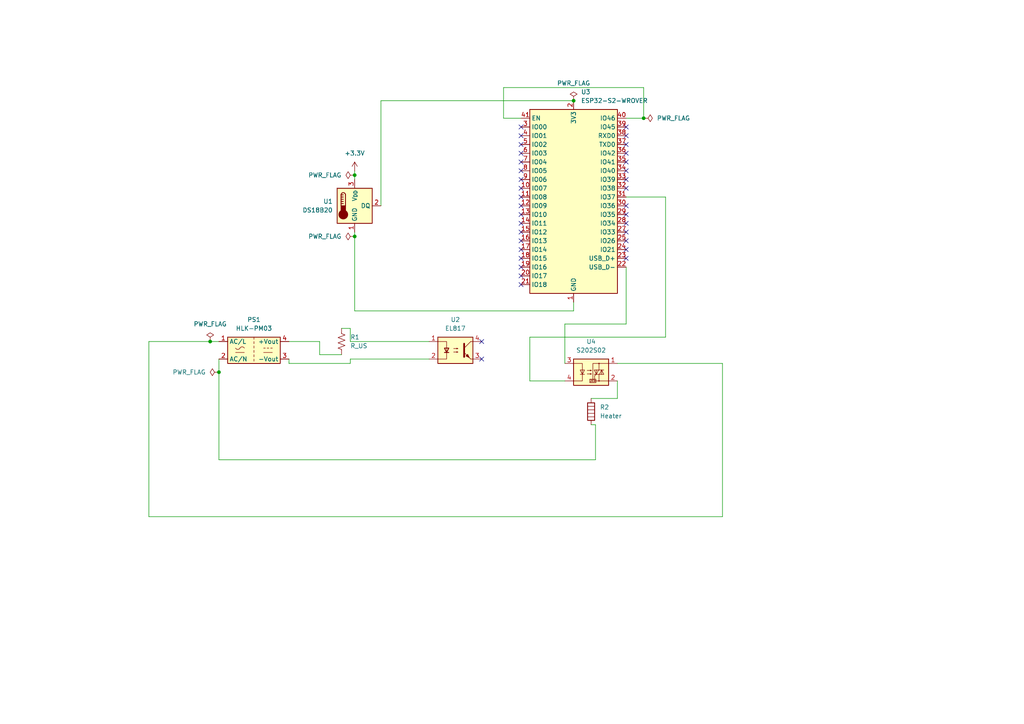
<source format=kicad_sch>
(kicad_sch (version 20250114) (generator "eeschema") (generator_version "9.0")
  (paper "A4")
  (lib_symbols
    (symbol "Converter_ACDC:HLK-PM03"
      (property "Reference" "PS" (at 0 5.08 0))
      (property "Value" "HLK-PM03" (at 0 -5.08 0))
      (symbol "HLK-PM03_0_1"
        (rectangle (start -7.62 3.81) (end 7.62 -3.81) (stroke (width 0.254)) (fill (type background)))
        (polyline (pts (xy -5.334 -0.635) (xy -2.794 -0.635)))
        (arc (start -4.064 0.635) (mid -4.699 0.2495) (end -5.334 0.635))
        (arc (start -4.064 0.635) (mid -3.429 1.0072) (end -2.794 0.635))
        (polyline (pts (xy 0 3.81) (xy 0 3.175)))
        (polyline (pts (xy 0 2.54) (xy 0 1.905)))
        (polyline (pts (xy 0 1.27) (xy 0 0.635)))
        (polyline (pts (xy 0 0) (xy 0 -0.635)))
        (polyline (pts (xy 0 -1.27) (xy 0 -1.905)))
        (polyline (pts (xy 0 -2.54) (xy 0 -3.175)))
        (polyline (pts (xy 2.794 0.635) (xy 3.302 0.635)))
        (polyline (pts (xy 2.794 -0.635) (xy 5.334 -0.635)))
        (polyline (pts (xy 3.81 0.635) (xy 4.318 0.635)))
        (polyline (pts (xy 4.826 0.635) (xy 5.334 0.635)))
      )
      (symbol "HLK-PM03_1_1"
        (pin power_in line (at -10.16 2.54 0) (length 2.54) (name "AC/L") (number "1"))
        (pin power_in line (at -10.16 -2.54 0) (length 2.54) (name "AC/N") (number "2"))
        (pin power_out line (at 10.16 2.54 180) (length 2.54) (name "+Vout") (number "4"))
        (pin power_out line (at 10.16 -2.54 180) (length 2.54) (name "-Vout") (number "3"))
      )
    )
    (symbol "Device:Heater" (pin_numbers (hide yes)) (pin_names (offset 0))
      (property "Reference" "R" (at 2.032 0 90))
      (property "Value" "Heater" (at -2.032 0 90))
      (symbol "Heater_0_1"
        (polyline (pts (xy -1.016 1.524) (xy 1.016 1.524)))
        (rectangle (start -1.016 -2.54) (end 1.016 2.54) (stroke (width 0.254)))
        (polyline (pts (xy 1.016 0.508) (xy -1.016 0.508)))
        (polyline (pts (xy 1.016 -0.508) (xy -1.016 -0.508)))
        (polyline (pts (xy 1.016 -1.524) (xy -1.016 -1.524)))
      )
      (symbol "Heater_1_1"
        (pin passive line (at 0 3.81 270) (length 1.27) (name "~") (number "1"))
        (pin passive line (at 0 -3.81 90) (length 1.27) (name "~") (number "2"))
      )
    )
    (symbol "Device:R_US" (pin_numbers (hide yes)) (pin_names (offset 0))
      (property "Reference" "R" (at 2.54 0 90))
      (property "Value" "R_US" (at -2.54 0 90))
      (symbol "R_US_0_1"
        (polyline (pts (xy 0 2.286) (xy 0 2.54)))
        (polyline (pts (xy 0 2.286) (xy 1.016 1.905) (xy 0 1.524) (xy -1.016 1.143) (xy 0 0.762)))
        (polyline (pts (xy 0 0.762) (xy 1.016 0.381) (xy 0 0) (xy -1.016 -0.381) (xy 0 -0.762)))
        (polyline (pts (xy 0 -0.762) (xy 1.016 -1.143) (xy 0 -1.524) (xy -1.016 -1.905) (xy 0 -2.286)))
        (polyline (pts (xy 0 -2.286) (xy 0 -2.54)))
      )
      (symbol "R_US_1_1"
        (pin passive line (at 0 3.81 270) (length 1.27) (name "~") (number "1"))
        (pin passive line (at 0 -3.81 90) (length 1.27) (name "~") (number "2"))
      )
    )
    (symbol "Isolator:EL817" (pin_names (offset 1.016))
      (property "Reference" "U" (at -5.08 5.08 0))
      (property "Value" "EL817" (at 0 5.08 0))
      (symbol "EL817_0_1"
        (rectangle (start -5.08 3.81) (end 5.08 -3.81) (stroke (width 0.254)) (fill (type background)))
        (polyline (pts (xy -5.08 2.54) (xy -2.54 2.54) (xy -2.54 -0.635)))
        (polyline (pts (xy -3.175 -0.635) (xy -1.905 -0.635)) (stroke (width 0.254)))
        (polyline (pts (xy -2.54 -0.635) (xy -2.54 -2.54) (xy -5.08 -2.54)))
        (polyline (pts (xy -2.54 -0.635) (xy -3.175 0.635) (xy -1.905 0.635) (xy -2.54 -0.635)) (stroke (width 0.254)))
        (polyline (pts (xy -0.508 0.508) (xy 0.762 0.508) (xy 0.381 0.381) (xy 0.381 0.635) (xy 0.762 0.508)))
        (polyline (pts (xy -0.508 -0.508) (xy 0.762 -0.508) (xy 0.381 -0.635) (xy 0.381 -0.381) (xy 0.762 -0.508)))
        (polyline (pts (xy 2.54 1.905) (xy 2.54 -1.905) (xy 2.54 -1.905)) (stroke (width 0.508)))
        (polyline (pts (xy 2.54 0.635) (xy 4.445 2.54)))
        (polyline (pts (xy 3.048 -1.651) (xy 3.556 -1.143) (xy 4.064 -2.159) (xy 3.048 -1.651) (xy 3.048 -1.651)) (fill (type outline)))
        (polyline (pts (xy 4.445 2.54) (xy 5.08 2.54)))
        (polyline (pts (xy 4.445 -2.54) (xy 2.54 -0.635)) (fill (type outline)))
        (polyline (pts (xy 4.445 -2.54) (xy 5.08 -2.54)))
      )
      (symbol "EL817_1_1"
        (pin passive line (at -7.62 2.54 0) (length 2.54) (name "~") (number "1"))
        (pin passive line (at -7.62 -2.54 0) (length 2.54) (name "~") (number "2"))
        (pin passive line (at 7.62 2.54 180) (length 2.54) (name "~") (number "4"))
        (pin passive line (at 7.62 -2.54 180) (length 2.54) (name "~") (number "3"))
      )
    )
    (symbol "RF_Module:ESP32-S2-WROVER"
      (property "Reference" "U" (at -12.7 29.21 0))
      (property "Value" "ESP32-S2-WROVER" (at 2.54 29.21 0))
      (symbol "ESP32-S2-WROVER_0_1"
        (rectangle (start -12.7 27.94) (end 12.7 -25.4) (stroke (width 0.254)) (fill (type background)))
      )
      (symbol "ESP32-S2-WROVER_1_1"
        (pin input line (at -15.24 25.4 0) (length 2.54) (name "EN") (number "41"))
        (pin bidirectional line (at -15.24 22.86 0) (length 2.54) (name "IO00") (number "3"))
        (pin bidirectional line (at -15.24 20.32 0) (length 2.54) (name "IO01") (number "4"))
        (pin bidirectional line (at -15.24 17.78 0) (length 2.54) (name "IO02") (number "5"))
        (pin bidirectional line (at -15.24 15.24 0) (length 2.54) (name "IO03") (number "6"))
        (pin bidirectional line (at -15.24 12.7 0) (length 2.54) (name "IO04") (number "7"))
        (pin bidirectional line (at -15.24 10.16 0) (length 2.54) (name "IO05") (number "8"))
        (pin bidirectional line (at -15.24 7.62 0) (length 2.54) (name "IO06") (number "9"))
        (pin bidirectional line (at -15.24 5.08 0) (length 2.54) (name "IO07") (number "10"))
        (pin bidirectional line (at -15.24 2.54 0) (length 2.54) (name "IO08") (number "11"))
        (pin bidirectional line (at -15.24 0 0) (length 2.54) (name "IO09") (number "12"))
        (pin bidirectional line (at -15.24 -2.54 0) (length 2.54) (name "IO10") (number "13"))
        (pin bidirectional line (at -15.24 -5.08 0) (length 2.54) (name "IO11") (number "14"))
        (pin bidirectional line (at -15.24 -7.62 0) (length 2.54) (name "IO12") (number "15"))
        (pin bidirectional line (at -15.24 -10.16 0) (length 2.54) (name "IO13") (number "16"))
        (pin bidirectional line (at -15.24 -12.7 0) (length 2.54) (name "IO14") (number "17"))
        (pin bidirectional line (at -15.24 -15.24 0) (length 2.54) (name "IO15") (number "18"))
        (pin bidirectional line (at -15.24 -17.78 0) (length 2.54) (name "IO16") (number "19"))
        (pin bidirectional line (at -15.24 -20.32 0) (length 2.54) (name "IO17") (number "20"))
        (pin bidirectional line (at -15.24 -22.86 0) (length 2.54) (name "IO18") (number "21"))
        (pin power_in line (at 0 30.48 270) (length 2.54) (name "3V3") (number "2"))
        (pin power_in line (at 0 -27.94 90) (length 2.54) (name "GND") (number "1"))
        (pin passive line (at 0 -27.94 90) (length 2.54) (hide yes) (name "GND") (number "26"))
        (pin passive line (at 0 -27.94 90) (length 2.54) (hide yes) (name "GND") (number "42"))
        (pin passive line (at 0 -27.94 90) (length 2.54) (hide yes) (name "GND") (number "43"))
        (pin input line (at 15.24 25.4 180) (length 2.54) (name "IO46") (number "40"))
        (pin bidirectional line (at 15.24 22.86 180) (length 2.54) (name "IO45") (number "39"))
        (pin bidirectional line (at 15.24 20.32 180) (length 2.54) (name "RXD0") (number "38"))
        (pin bidirectional line (at 15.24 17.78 180) (length 2.54) (name "TXD0") (number "37"))
        (pin bidirectional line (at 15.24 15.24 180) (length 2.54) (name "IO42") (number "36"))
        (pin bidirectional line (at 15.24 12.7 180) (length 2.54) (name "IO41") (number "35"))
        (pin bidirectional line (at 15.24 10.16 180) (length 2.54) (name "IO40") (number "34"))
        (pin bidirectional line (at 15.24 7.62 180) (length 2.54) (name "IO39") (number "33"))
        (pin bidirectional line (at 15.24 5.08 180) (length 2.54) (name "IO38") (number "32"))
        (pin bidirectional line (at 15.24 2.54 180) (length 2.54) (name "IO37") (number "31"))
        (pin bidirectional line (at 15.24 0 180) (length 2.54) (name "IO36") (number "30"))
        (pin bidirectional line (at 15.24 -2.54 180) (length 2.54) (name "IO35") (number "29"))
        (pin bidirectional line (at 15.24 -5.08 180) (length 2.54) (name "IO34") (number "28"))
        (pin bidirectional line (at 15.24 -7.62 180) (length 2.54) (name "IO33") (number "27"))
        (pin bidirectional line (at 15.24 -10.16 180) (length 2.54) (name "IO26") (number "25"))
        (pin bidirectional line (at 15.24 -12.7 180) (length 2.54) (name "IO21") (number "24"))
        (pin bidirectional line (at 15.24 -15.24 180) (length 2.54) (name "USB_D+") (number "23"))
        (pin bidirectional line (at 15.24 -17.78 180) (length 2.54) (name "USB_D-") (number "22"))
      )
    )
    (symbol "Relay_SolidState:S202S02"
      (property "Reference" "U" (at -5.08 5.08 0))
      (property "Value" "S202S02" (at 0 5.08 0))
      (symbol "S202S02_0_0"
        (rectangle (start -0.381 -2.032) (end 1.397 -3.048))
        (polyline (pts (xy 1.524 -0.635) (xy 1.016 -1.016) (xy 1.016 -2.032)))
        (polyline (pts (xy 2.286 -2.54) (xy 1.397 -2.54)))
        (text "ZCD" (at 0.508 -2.54 0) (effects (font (size 0.508 0.508))))
      )
      (symbol "S202S02_0_1"
        (rectangle (start -5.08 3.81) (end 5.08 -3.81) (stroke (width 0.254)) (fill (type background)))
        (polyline (pts (xy -5.08 2.54) (xy -2.54 2.54) (xy -2.54 -2.54) (xy -5.08 -2.54)))
        (polyline (pts (xy -3.175 -0.635) (xy -1.905 -0.635)))
        (polyline (pts (xy -2.54 -0.635) (xy -3.175 0.635) (xy -1.905 0.635) (xy -2.54 -0.635)))
        (polyline (pts (xy -1.143 0.508) (xy 0.127 0.508) (xy -0.254 0.381) (xy -0.254 0.635) (xy 0.127 0.508)))
        (polyline (pts (xy -1.143 -0.508) (xy 0.127 -0.508) (xy -0.254 -0.635) (xy -0.254 -0.381) (xy 0.127 -0.508)))
        (polyline (pts (xy 0.889 -0.635) (xy 3.683 -0.635) (xy 3.048 0.635) (xy 2.413 -0.635)))
        (polyline (pts (xy 1.524 -0.635) (xy 1.524 0.635)))
        (polyline (pts (xy 2.286 2.54) (xy 0.508 2.54) (xy 0.508 -2.032)))
        (circle (center 2.286 2.54) (radius 0.127))
        (polyline (pts (xy 2.286 0.635) (xy 2.286 2.54) (xy 5.08 2.54)))
        (polyline (pts (xy 2.286 -0.635) (xy 2.286 -2.54) (xy 5.08 -2.54)))
        (circle (center 2.286 -2.54) (radius 0.127))
        (polyline (pts (xy 3.048 0.635) (xy 3.048 -0.635)))
        (polyline (pts (xy 3.683 0.635) (xy 0.889 0.635) (xy 1.524 -0.635) (xy 2.159 0.635)))
      )
      (symbol "S202S02_1_1"
        (pin passive line (at -7.62 2.54 0) (length 2.54) (name "~") (number "3"))
        (pin passive line (at -7.62 -2.54 0) (length 2.54) (name "~") (number "4"))
        (pin passive line (at 7.62 2.54 180) (length 2.54) (name "~") (number "1"))
        (pin passive line (at 7.62 -2.54 180) (length 2.54) (name "~") (number "2"))
      )
    )
    (symbol "Sensor_Temperature:DS18B20"
      (property "Reference" "U" (at -3.81 6.35 0))
      (property "Value" "DS18B20" (at 6.35 6.35 0))
      (symbol "DS18B20_0_1"
        (rectangle (start -5.08 5.08) (end 5.08 -5.08) (stroke (width 0.254)) (fill (type background)))
        (polyline (pts (xy -3.937 3.175) (xy -3.937 0)) (stroke (width 0.254)))
        (polyline (pts (xy -3.937 3.175) (xy -3.302 3.175)) (stroke (width 0.254)))
        (polyline (pts (xy -3.937 2.54) (xy -3.302 2.54)) (stroke (width 0.254)))
        (polyline (pts (xy -3.937 1.905) (xy -3.302 1.905)) (stroke (width 0.254)))
        (polyline (pts (xy -3.937 1.27) (xy -3.302 1.27)) (stroke (width 0.254)))
        (polyline (pts (xy -3.937 0.635) (xy -3.302 0.635)) (stroke (width 0.254)))
        (arc (start -3.937 3.175) (mid -3.302 3.8073) (end -2.667 3.175) (stroke (width 0.254)))
        (circle (center -3.302 -2.54) (radius 1.27) (stroke (width 0.254)) (fill (type outline)))
        (polyline (pts (xy -2.667 3.175) (xy -2.667 0)) (stroke (width 0.254)))
        (rectangle (start -2.667 -1.905) (end -3.937 0) (stroke (width 0.254)) (fill (type outline)))
      )
      (symbol "DS18B20_1_1"
        (pin power_in line (at 0 7.62 270) (length 2.54) (name "V_{DD}") (number "3"))
        (pin power_in line (at 0 -7.62 90) (length 2.54) (name "GND") (number "1"))
        (pin bidirectional line (at 7.62 0 180) (length 2.54) (name "DQ") (number "2"))
      )
    )
    (symbol "power:+3.3V" (power) (pin_numbers (hide yes)) (pin_names (offset 0) (hide yes))
      (property "Value" "+3.3V" (at 0 3.556 0))
      (symbol "+3.3V_0_1"
        (polyline (pts (xy -0.762 1.27) (xy 0 2.54)))
        (polyline (pts (xy 0 2.54) (xy 0.762 1.27)))
        (polyline (pts (xy 0 0) (xy 0 2.54)))
      )
      (symbol "+3.3V_1_1"
        (pin power_in line (at 0 0 90) (length 0) (name "~") (number "1"))
      )
    )
    (symbol "power:PWR_FLAG" (power) (pin_numbers (hide yes)) (pin_names (offset 0) (hide yes))
      (property "Value" "PWR_FLAG" (at 0 3.81 0))
      (symbol "PWR_FLAG_0_0"
        (pin power_out line (at 0 0 90) (length 0) (name "~") (number "1"))
      )
      (symbol "PWR_FLAG_0_1"
        (polyline (pts (xy 0 0) (xy 0 1.27) (xy -1.016 1.905) (xy 0 2.54) (xy 1.016 1.905) (xy 0 1.27)))
      )
    )
  )
  (junction (at 186.69 34.29))
  (junction (at 63.5 107.95))
  (junction (at 102.87 50.8))
  (junction (at 166.37 29.21))
  (junction (at 60.96 99.06))
  (junction (at 102.87 68.58))
  (no_connect (at 151.13 39.37))
  (no_connect (at 151.13 74.93))
  (no_connect (at 181.61 41.91))
  (no_connect (at 181.61 72.39))
  (no_connect (at 151.13 49.53))
  (no_connect (at 181.61 67.31))
  (no_connect (at 151.13 54.61))
  (no_connect (at 181.61 64.77))
  (no_connect (at 151.13 59.69))
  (no_connect (at 151.13 82.55))
  (no_connect (at 181.61 69.85))
  (no_connect (at 151.13 52.07))
  (no_connect (at 181.61 74.93))
  (no_connect (at 181.61 49.53))
  (no_connect (at 151.13 41.91))
  (no_connect (at 151.13 62.23))
  (no_connect (at 181.61 62.23))
  (no_connect (at 151.13 67.31))
  (no_connect (at 151.13 44.45))
  (no_connect (at 151.13 69.85))
  (no_connect (at 181.61 46.99))
  (no_connect (at 151.13 77.47))
  (no_connect (at 151.13 64.77))
  (no_connect (at 181.61 52.07))
  (no_connect (at 151.13 80.01))
  (no_connect (at 151.13 36.83))
  (no_connect (at 181.61 44.45))
  (no_connect (at 181.61 36.83))
  (no_connect (at 151.13 46.99))
  (no_connect (at 181.61 59.69))
  (no_connect (at 181.61 39.37))
  (no_connect (at 181.61 54.61))
  (no_connect (at 139.7 99.06))
  (no_connect (at 151.13 57.15))
  (no_connect (at 151.13 72.39))
  (no_connect (at 139.7 104.14))
  (wire (pts (xy 166.37 90.17) (xy 166.37 87.63)))
  (wire (pts (xy 163.83 93.98) (xy 181.61 93.98)))
  (wire (pts (xy 193.04 97.79) (xy 193.04 57.15)))
  (wire (pts (xy 83.82 105.41) (xy 101.6 105.41)))
  (wire (pts (xy 146.05 34.29) (xy 146.05 25.4)))
  (wire (pts (xy 186.69 25.4) (xy 186.69 34.29)))
  (wire (pts (xy 101.6 95.25) (xy 101.6 99.06)))
  (wire (pts (xy 146.05 25.4) (xy 186.69 25.4)))
  (wire (pts (xy 102.87 50.8) (xy 102.87 52.07)))
  (wire (pts (xy 83.82 99.06) (xy 92.71 99.06)))
  (wire (pts (xy 163.83 110.49) (xy 153.67 110.49)))
  (wire (pts (xy 102.87 49.53) (xy 102.87 50.8)))
  (wire (pts (xy 172.72 133.35) (xy 172.72 123.19)))
  (wire (pts (xy 153.67 97.79) (xy 193.04 97.79)))
  (wire (pts (xy 63.5 133.35) (xy 172.72 133.35)))
  (wire (pts (xy 172.72 123.19) (xy 171.45 123.19)))
  (wire (pts (xy 102.87 90.17) (xy 166.37 90.17)))
  (wire (pts (xy 43.18 99.06) (xy 43.18 149.86)))
  (wire (pts (xy 92.71 102.87) (xy 99.06 102.87)))
  (wire (pts (xy 166.37 29.21) (xy 110.49 29.21)))
  (wire (pts (xy 186.69 34.29) (xy 181.61 34.29)))
  (wire (pts (xy 102.87 67.31) (xy 102.87 68.58)))
  (wire (pts (xy 209.55 105.41) (xy 179.07 105.41)))
  (wire (pts (xy 110.49 29.21) (xy 110.49 59.69)))
  (wire (pts (xy 63.5 107.95) (xy 63.5 133.35)))
  (wire (pts (xy 153.67 110.49) (xy 153.67 97.79)))
  (wire (pts (xy 63.5 104.14) (xy 63.5 107.95)))
  (wire (pts (xy 209.55 149.86) (xy 209.55 105.41)))
  (wire (pts (xy 171.45 115.57) (xy 179.07 115.57)))
  (wire (pts (xy 151.13 34.29) (xy 146.05 34.29)))
  (wire (pts (xy 181.61 57.15) (xy 193.04 57.15)))
  (wire (pts (xy 124.46 104.14) (xy 101.6 104.14)))
  (wire (pts (xy 92.71 99.06) (xy 92.71 102.87)))
  (wire (pts (xy 179.07 110.49) (xy 179.07 115.57)))
  (wire (pts (xy 102.87 68.58) (xy 102.87 90.17)))
  (wire (pts (xy 60.96 99.06) (xy 43.18 99.06)))
  (wire (pts (xy 83.82 105.41) (xy 83.82 104.14)))
  (wire (pts (xy 63.5 99.06) (xy 60.96 99.06)))
  (wire (pts (xy 124.46 99.06) (xy 101.6 99.06)))
  (wire (pts (xy 163.83 105.41) (xy 163.83 93.98)))
  (wire (pts (xy 101.6 95.25) (xy 99.06 95.25)))
  (wire (pts (xy 43.18 149.86) (xy 209.55 149.86)))
  (wire (pts (xy 101.6 104.14) (xy 101.6 105.41)))
  (wire (pts (xy 181.61 77.47) (xy 181.61 93.98)))
  (symbol (lib_id "Sensor_Temperature:DS18B20") (at 102.87 59.69 0) (unit 1)
    (property "Reference" "U1" (at 96.52 58.4199 0) (effects (justify right)))
    (property "Value" "DS18B20" (at 96.52 60.9599 0) (effects (justify right)))
    (property "Footprint" "Package_TO_SOT_THT:TO-92_Inline" (effects (hide yes)))
    (property "Datasheet" "http://datasheets.maximintegrated.com/en/ds/DS18B20.pdf" (effects (hide yes)))
    (property "Description" "Programmable Resolution 1-Wire Digital Thermometer TO-92" (effects (hide yes)))
  )
  (symbol (lib_id "RF_Module:ESP32-S2-WROVER") (at 166.37 59.69 0) (unit 1)
    (property "Reference" "U3" (at 168.5133 26.67 0) (effects (justify left)))
    (property "Value" "ESP32-S2-WROVER" (at 168.5133 29.21 0) (effects (justify left)))
    (property "Footprint" "RF_Module:ESP32-S2-WROVER" (effects (hide yes)))
    (property "Datasheet" "https://www.espressif.com/sites/default/files/documentation/esp32-s2-wroom_esp32-s2-wroom-i_datasheet_en.pdf" (effects (hide yes)))
    (property "Description" "RF Module, ESP32-D0WDQ6 SoC, Wi-Fi 802.11b/g/n, 32-bit, 2.7-3.6V, onboard antenna, SMD" (effects (hide yes)))
  )
  (symbol (lib_id "Device:Heater") (at 171.45 119.38 0) (unit 1)
    (property "Reference" "R2" (at 173.99 118.1099 0) (effects (justify left)))
    (property "Value" "Heater" (at 173.99 120.6499 0) (effects (justify left)))
    (property "Footprint" "Resistor_SMD:R_0402_1005Metric" (effects (hide yes)))
    (property "Description" "Resistive heater" (effects (hide yes)))
  )
  (symbol (lib_id "power:PWR_FLAG") (at 186.69 34.29 270) (unit 1)
    (property "Reference" "#FLG06" (effects (hide yes)))
    (property "Value" "PWR_FLAG" (at 190.5 34.2899 90) (effects (justify left)))
    (property "Description" "Special symbol for telling ERC where power comes from" (effects (hide yes)))
  )
  (symbol (lib_id "power:PWR_FLAG") (at 102.87 68.58 90) (unit 1)
    (property "Reference" "#FLG02" (effects (hide yes)))
    (property "Value" "PWR_FLAG" (at 99.06 68.5799 90) (effects (justify left)))
    (property "Description" "Special symbol for telling ERC where power comes from" (effects (hide yes)))
  )
  (symbol (lib_id "power:+3.3V") (at 102.87 49.53 0) (unit 1)
    (property "Reference" "#PWR01" (effects (hide yes)))
    (property "Value" "+3.3V" (at 102.87 44.45 0))
    (property "Description" "Power symbol creates a global label with name \"+3.3V\"" (effects (hide yes)))
  )
  (symbol (lib_id "power:PWR_FLAG") (at 60.96 99.06 0) (unit 1)
    (property "Reference" "#FLG03" (effects (hide yes)))
    (property "Value" "PWR_FLAG" (at 60.96 93.98 0))
    (property "Description" "Special symbol for telling ERC where power comes from" (effects (hide yes)))
  )
  (symbol (lib_id "Converter_ACDC:HLK-PM03") (at 73.66 101.6 0) (unit 1)
    (property "Reference" "PS1" (at 73.66 92.71 0))
    (property "Value" "HLK-PM03" (at 73.66 95.25 0))
    (property "Footprint" "Converter_ACDC:Converter_ACDC_Hi-Link_HLK-PMxx" (effects (hide yes)))
    (property "Datasheet" "https://h.hlktech.com/download/ACDC%E7%94%B5%E6%BA%90%E6%A8%A1%E5%9D%973W%E7%B3%BB%E5%88%97/1/%E6%B5%B7%E5%87%8C%E7%A7%913W%E7%B3%BB%E5%88%97%E7%94%B5%E6%BA%90%E6%A8%A1%E5%9D%97%E8%A7%84%E6%A0%BC%E4%B9%A6V2.8.pdf" (effects (hide yes)))
    (property "Description" "Compact AC/DC board mount power module 3W 3V3" (effects (hide yes)))
  )
  (symbol (lib_id "Device:R_US") (at 99.06 99.06 0) (unit 1)
    (property "Reference" "R1" (at 101.6 97.7899 0) (effects (justify left)))
    (property "Value" "R_US" (at 101.6 100.3299 0) (effects (justify left)))
    (property "Footprint" "Resistor_SMD:R_0201_0603Metric" (effects (hide yes)))
    (property "Description" "Resistor, US symbol" (effects (hide yes)))
  )
  (symbol (lib_id "Isolator:EL817") (at 132.08 101.6 0) (unit 1)
    (property "Reference" "U2" (at 132.08 92.71 0))
    (property "Value" "EL817" (at 132.08 95.25 0))
    (property "Footprint" "Package_DIP:DIP-4_W7.62mm" (effects (hide yes)))
    (property "Datasheet" "http://www.everlight.com/file/ProductFile/EL817.pdf" (effects (hide yes)))
    (property "Description" "DC Optocoupler, Vce 35V, DIP-4" (effects (hide yes)))
  )
  (symbol (lib_id "Relay_SolidState:S202S02") (at 171.45 107.95 0) (unit 1)
    (property "Reference" "U4" (at 171.45 99.06 0))
    (property "Value" "S202S02" (at 171.45 101.6 0))
    (property "Footprint" "Package_SIP:SIP4_Sharp-SSR_P7.62mm_Straight" (effects (hide yes)))
    (property "Datasheet" "http://www.sharp-world.com/products/device/lineup/data/pdf/datasheet/s102s02_e.pdf" (effects (hide yes)))
    (property "Description" "Zero Cross Opto-Triac, Vdrm 600V, Ift 8mA, IT 8A" (effects (hide yes)))
  )
  (symbol (lib_id "power:PWR_FLAG") (at 166.37 29.21 0) (unit 1)
    (property "Reference" "#FLG05" (effects (hide yes)))
    (property "Value" "PWR_FLAG" (at 166.37 24.13 0))
    (property "Description" "Special symbol for telling ERC where power comes from" (effects (hide yes)))
  )
  (symbol (lib_id "power:PWR_FLAG") (at 102.87 50.8 90) (unit 1)
    (property "Reference" "#FLG01" (effects (hide yes)))
    (property "Value" "PWR_FLAG" (at 99.06 50.7999 90) (effects (justify left)))
    (property "Description" "Special symbol for telling ERC where power comes from" (effects (hide yes)))
  )
  (symbol (lib_id "power:PWR_FLAG") (at 63.5 107.95 90) (unit 1)
    (property "Reference" "#FLG04" (effects (hide yes)))
    (property "Value" "PWR_FLAG" (at 59.69 107.9499 90) (effects (justify left)))
    (property "Description" "Special symbol for telling ERC where power comes from" (effects (hide yes)))
  )
)
</source>
